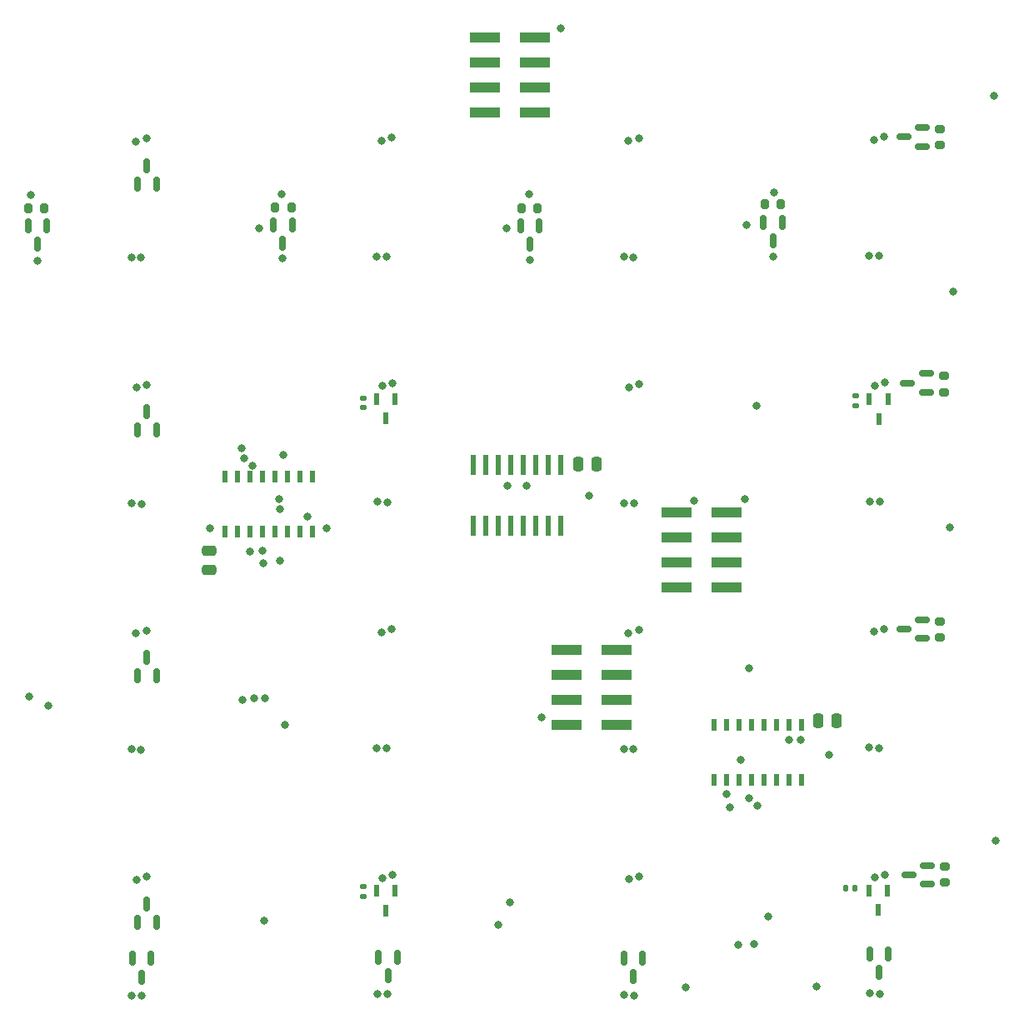
<source format=gbr>
%TF.GenerationSoftware,KiCad,Pcbnew,(6.0.2-0)*%
%TF.CreationDate,2022-07-06T16:44:42+02:00*%
%TF.ProjectId,RowdyTestBoard2,526f7764-7954-4657-9374-426f61726432,rev?*%
%TF.SameCoordinates,Original*%
%TF.FileFunction,Soldermask,Bot*%
%TF.FilePolarity,Negative*%
%FSLAX46Y46*%
G04 Gerber Fmt 4.6, Leading zero omitted, Abs format (unit mm)*
G04 Created by KiCad (PCBNEW (6.0.2-0)) date 2022-07-06 16:44:42*
%MOMM*%
%LPD*%
G01*
G04 APERTURE LIST*
G04 Aperture macros list*
%AMRoundRect*
0 Rectangle with rounded corners*
0 $1 Rounding radius*
0 $2 $3 $4 $5 $6 $7 $8 $9 X,Y pos of 4 corners*
0 Add a 4 corners polygon primitive as box body*
4,1,4,$2,$3,$4,$5,$6,$7,$8,$9,$2,$3,0*
0 Add four circle primitives for the rounded corners*
1,1,$1+$1,$2,$3*
1,1,$1+$1,$4,$5*
1,1,$1+$1,$6,$7*
1,1,$1+$1,$8,$9*
0 Add four rect primitives between the rounded corners*
20,1,$1+$1,$2,$3,$4,$5,0*
20,1,$1+$1,$4,$5,$6,$7,0*
20,1,$1+$1,$6,$7,$8,$9,0*
20,1,$1+$1,$8,$9,$2,$3,0*%
G04 Aperture macros list end*
%ADD10RoundRect,0.041300X-0.253700X0.588700X-0.253700X-0.588700X0.253700X-0.588700X0.253700X0.588700X0*%
%ADD11R,3.150000X1.000000*%
%ADD12RoundRect,0.140000X-0.170000X0.140000X-0.170000X-0.140000X0.170000X-0.140000X0.170000X0.140000X0*%
%ADD13RoundRect,0.250000X-0.250000X-0.475000X0.250000X-0.475000X0.250000X0.475000X-0.250000X0.475000X0*%
%ADD14RoundRect,0.200000X0.200000X0.275000X-0.200000X0.275000X-0.200000X-0.275000X0.200000X-0.275000X0*%
%ADD15RoundRect,0.150000X-0.150000X0.587500X-0.150000X-0.587500X0.150000X-0.587500X0.150000X0.587500X0*%
%ADD16RoundRect,0.150000X0.150000X-0.587500X0.150000X0.587500X-0.150000X0.587500X-0.150000X-0.587500X0*%
%ADD17RoundRect,0.200000X0.275000X-0.200000X0.275000X0.200000X-0.275000X0.200000X-0.275000X-0.200000X0*%
%ADD18RoundRect,0.140000X0.140000X0.170000X-0.140000X0.170000X-0.140000X-0.170000X0.140000X-0.170000X0*%
%ADD19RoundRect,0.150000X0.587500X0.150000X-0.587500X0.150000X-0.587500X-0.150000X0.587500X-0.150000X0*%
%ADD20R,0.600000X1.200000*%
%ADD21R,0.500000X2.000000*%
%ADD22RoundRect,0.250000X-0.475000X0.250000X-0.475000X-0.250000X0.475000X-0.250000X0.475000X0.250000X0*%
%ADD23C,0.800000*%
G04 APERTURE END LIST*
D10*
%TO.C,U5*%
X136400000Y-88970000D03*
X138300000Y-88970000D03*
X137350000Y-90930000D03*
%TD*%
D11*
%TO.C,J3*%
X152486600Y-52222400D03*
X147436600Y-52222400D03*
X152486600Y-54762400D03*
X147436600Y-54762400D03*
X152486600Y-57302400D03*
X147436600Y-57302400D03*
X152486600Y-59842400D03*
X147436600Y-59842400D03*
%TD*%
D12*
%TO.C,C4*%
X135026400Y-88851800D03*
X135026400Y-89811800D03*
%TD*%
D13*
%TO.C,C2*%
X181259400Y-121615200D03*
X183159400Y-121615200D03*
%TD*%
D14*
%TO.C,R4*%
X177497600Y-69178400D03*
X175847600Y-69178400D03*
%TD*%
D10*
%TO.C,U7*%
X186451200Y-138926300D03*
X188351200Y-138926300D03*
X187401200Y-140886300D03*
%TD*%
D11*
%TO.C,J1*%
X171943000Y-100457000D03*
X166893000Y-100457000D03*
X171943000Y-102997000D03*
X166893000Y-102997000D03*
X171943000Y-105537000D03*
X166893000Y-105537000D03*
X171943000Y-108077000D03*
X166893000Y-108077000D03*
%TD*%
D15*
%TO.C,Q8*%
X175732400Y-70976100D03*
X177632400Y-70976100D03*
X176682400Y-72851100D03*
%TD*%
%TO.C,Q12*%
X186527400Y-145366500D03*
X188427400Y-145366500D03*
X187477400Y-147241500D03*
%TD*%
%TO.C,Q10*%
X136616400Y-145645900D03*
X138516400Y-145645900D03*
X137566400Y-147520900D03*
%TD*%
D16*
%TO.C,Q3*%
X114030800Y-117091700D03*
X112130800Y-117091700D03*
X113080800Y-115216700D03*
%TD*%
D12*
%TO.C,C6*%
X135026400Y-138508800D03*
X135026400Y-139468800D03*
%TD*%
D17*
%TO.C,R6*%
X194056000Y-88238600D03*
X194056000Y-86588600D03*
%TD*%
D16*
%TO.C,Q2*%
X114030800Y-92091700D03*
X112130800Y-92091700D03*
X113080800Y-90216700D03*
%TD*%
D14*
%TO.C,R3*%
X152770200Y-69534000D03*
X151120200Y-69534000D03*
%TD*%
D16*
%TO.C,Q4*%
X114030800Y-142091700D03*
X112130800Y-142091700D03*
X113080800Y-140216700D03*
%TD*%
D10*
%TO.C,U4*%
X136400000Y-138940000D03*
X138300000Y-138940000D03*
X137350000Y-140900000D03*
%TD*%
D18*
%TO.C,C7*%
X185011000Y-138684000D03*
X184051000Y-138684000D03*
%TD*%
D15*
%TO.C,Q7*%
X151018200Y-71363500D03*
X152918200Y-71363500D03*
X151968200Y-73238500D03*
%TD*%
D17*
%TO.C,R8*%
X194183000Y-138086600D03*
X194183000Y-136436600D03*
%TD*%
D10*
%TO.C,U6*%
X186476600Y-88986800D03*
X188376600Y-88986800D03*
X187426600Y-90946800D03*
%TD*%
D14*
%TO.C,R2*%
X127738000Y-69449800D03*
X126088000Y-69449800D03*
%TD*%
D11*
%TO.C,J2*%
X155742400Y-122047000D03*
X160792400Y-122047000D03*
X155742400Y-119507000D03*
X160792400Y-119507000D03*
X155742400Y-116967000D03*
X160792400Y-116967000D03*
X155742400Y-114427000D03*
X160792400Y-114427000D03*
%TD*%
D17*
%TO.C,R5*%
X193649600Y-63156600D03*
X193649600Y-61506600D03*
%TD*%
D19*
%TO.C,Q13*%
X191848100Y-61364600D03*
X191848100Y-63264600D03*
X189973100Y-62314600D03*
%TD*%
D17*
%TO.C,R7*%
X193649600Y-113194600D03*
X193649600Y-111544600D03*
%TD*%
D19*
%TO.C,Q16*%
X192381500Y-136364600D03*
X192381500Y-138264600D03*
X190506500Y-137314600D03*
%TD*%
D12*
%TO.C,C5*%
X185064400Y-88625800D03*
X185064400Y-89585800D03*
%TD*%
D20*
%TO.C,U1*%
X121031000Y-96829000D03*
X122301000Y-96829000D03*
X123571000Y-96829000D03*
X124841000Y-96829000D03*
X126111000Y-96829000D03*
X127381000Y-96829000D03*
X128651000Y-96829000D03*
X129921000Y-96829000D03*
X129921000Y-102429000D03*
X128651000Y-102429000D03*
X127381000Y-102429000D03*
X126111000Y-102429000D03*
X124841000Y-102429000D03*
X123571000Y-102429000D03*
X122301000Y-102429000D03*
X121031000Y-102429000D03*
%TD*%
D19*
%TO.C,Q15*%
X191848100Y-111364600D03*
X191848100Y-113264600D03*
X189973100Y-112314600D03*
%TD*%
D20*
%TO.C,U2*%
X179552600Y-127676600D03*
X178282600Y-127676600D03*
X177012600Y-127676600D03*
X175742600Y-127676600D03*
X174472600Y-127676600D03*
X173202600Y-127676600D03*
X171932600Y-127676600D03*
X170662600Y-127676600D03*
X170662600Y-122076600D03*
X171932600Y-122076600D03*
X173202600Y-122076600D03*
X174472600Y-122076600D03*
X175742600Y-122076600D03*
X177012600Y-122076600D03*
X178282600Y-122076600D03*
X179552600Y-122076600D03*
%TD*%
D19*
%TO.C,Q14*%
X192254500Y-86364600D03*
X192254500Y-88264600D03*
X190379500Y-87314600D03*
%TD*%
D15*
%TO.C,Q6*%
X125923000Y-71260300D03*
X127823000Y-71260300D03*
X126873000Y-73135300D03*
%TD*%
%TO.C,Q9*%
X111572000Y-145798300D03*
X113472000Y-145798300D03*
X112522000Y-147673300D03*
%TD*%
%TO.C,Q11*%
X161559200Y-145747500D03*
X163459200Y-145747500D03*
X162509200Y-147622500D03*
%TD*%
%TO.C,Q5*%
X100980200Y-71325500D03*
X102880200Y-71325500D03*
X101930200Y-73200500D03*
%TD*%
D16*
%TO.C,Q1*%
X114030800Y-67091700D03*
X112130800Y-67091700D03*
X113080800Y-65216700D03*
%TD*%
D21*
%TO.C,U3*%
X155117800Y-101804400D03*
X153847800Y-101804400D03*
X152577800Y-101804400D03*
X151307800Y-101804400D03*
X150037800Y-101804400D03*
X148767800Y-101804400D03*
X147497800Y-101804400D03*
X146227800Y-101804400D03*
X146227800Y-95604400D03*
X147497800Y-95604400D03*
X148767800Y-95604400D03*
X150037800Y-95604400D03*
X151307800Y-95604400D03*
X152577800Y-95604400D03*
X153847800Y-95604400D03*
X155117800Y-95604400D03*
%TD*%
D13*
%TO.C,C3*%
X156900800Y-95580200D03*
X158800800Y-95580200D03*
%TD*%
D14*
%TO.C,R1*%
X102668200Y-69534000D03*
X101018200Y-69534000D03*
%TD*%
D22*
%TO.C,C1*%
X119405400Y-104373600D03*
X119405400Y-106273600D03*
%TD*%
D23*
X173863000Y-99110800D03*
X175056800Y-89636600D03*
X176225200Y-141528800D03*
X126949200Y-94615000D03*
X124942600Y-141935200D03*
X129387600Y-100863400D03*
X127127000Y-122047000D03*
X122783600Y-119507000D03*
X123571000Y-104470200D03*
X124815600Y-104394000D03*
X174269400Y-116281200D03*
X125055900Y-119303800D03*
X126593600Y-105410000D03*
X124854700Y-105638600D03*
X123976722Y-119303122D03*
X163070125Y-87438580D03*
X186946045Y-112609010D03*
X136908520Y-62661170D03*
X111528215Y-149540680D03*
X111991040Y-137768000D03*
X137949840Y-112342600D03*
X111963200Y-62763400D03*
X138026120Y-87324570D03*
X112514295Y-99584450D03*
X113004520Y-112444830D03*
X113032440Y-137463200D03*
X162551820Y-149532290D03*
X126873000Y-74650600D03*
X163042205Y-62420210D03*
X112486375Y-74566080D03*
X161565820Y-149502290D03*
X186559500Y-99363660D03*
X162000725Y-112711240D03*
X111500375Y-74536080D03*
X136908440Y-112647400D03*
X187469220Y-124411690D03*
X136445695Y-74433850D03*
X161537980Y-74497690D03*
X163042125Y-112406440D03*
X186946125Y-62622780D03*
X137431695Y-74463850D03*
X188063725Y-87286180D03*
X151968200Y-74777600D03*
X187022245Y-137577210D03*
X161565900Y-99516060D03*
X111963120Y-112749630D03*
X113004600Y-62458600D03*
X136984720Y-87629370D03*
X113032520Y-87476970D03*
X188063645Y-137272410D03*
X162523980Y-74527690D03*
X161537900Y-124483920D03*
X187469300Y-74425460D03*
X162000805Y-62725010D03*
X176682400Y-74447400D03*
X112514215Y-149570680D03*
X111500295Y-124522310D03*
X137507895Y-99432050D03*
X136521895Y-99402050D03*
X136521815Y-149388280D03*
X162551900Y-99546060D03*
X187987525Y-62317980D03*
X162028645Y-137729610D03*
X162523900Y-124513920D03*
X136445615Y-124420080D03*
X138026040Y-137310800D03*
X111528295Y-99554450D03*
X137507815Y-149418280D03*
X137949920Y-62356370D03*
X187545420Y-149379890D03*
X186483220Y-124381690D03*
X112486295Y-124552310D03*
X136984640Y-137615600D03*
X101930200Y-74930000D03*
X187022325Y-87590980D03*
X163070045Y-137424810D03*
X187987445Y-112304210D03*
X186483300Y-74395460D03*
X187545500Y-99393660D03*
X162028725Y-87743380D03*
X137431615Y-124450080D03*
X111991120Y-87781770D03*
X186559420Y-149349890D03*
X126517400Y-99110800D03*
X101105700Y-119202200D03*
X126599731Y-100106906D03*
X103047800Y-120065800D03*
X124460000Y-71628000D03*
X122732800Y-93980000D03*
X149656800Y-71628000D03*
X122986800Y-94996000D03*
X123825000Y-95758000D03*
X174040800Y-71221600D03*
X179501800Y-123545600D03*
X158005302Y-98799258D03*
X119481600Y-102082600D03*
X168706800Y-99314000D03*
X199339200Y-133832600D03*
X153212800Y-121259600D03*
X101295200Y-68199000D03*
X194665600Y-102006400D03*
X195021200Y-78028800D03*
X176786735Y-67951147D03*
X151897462Y-68161417D03*
X199136000Y-58115200D03*
X155092400Y-51231800D03*
X126746000Y-68097400D03*
X174802800Y-144322800D03*
X175068500Y-130302000D03*
X173125722Y-144423722D03*
X174294800Y-129463800D03*
X172271200Y-130446000D03*
X167843200Y-148717000D03*
X181140778Y-148652822D03*
X171932600Y-129082800D03*
X178308000Y-123596400D03*
X182421065Y-125064471D03*
X131292600Y-102082600D03*
X173405800Y-125628400D03*
X148742400Y-142341600D03*
X149682200Y-97739200D03*
X151663400Y-97713800D03*
X149987000Y-140055600D03*
M02*

</source>
